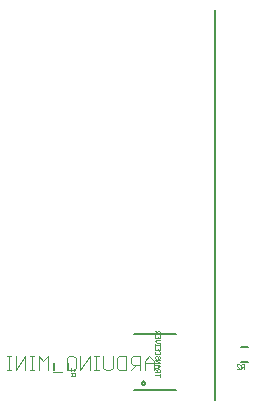
<source format=gbo>
G75*
%MOIN*%
%OFA0B0*%
%FSLAX24Y24*%
%IPPOS*%
%LPD*%
%AMOC8*
5,1,8,0,0,1.08239X$1,22.5*
%
%ADD10C,0.0060*%
%ADD11C,0.0080*%
%ADD12C,0.0010*%
%ADD13C,0.0050*%
%ADD14C,0.0040*%
D10*
X007323Y007302D02*
X007323Y007539D01*
X007796Y007539D02*
X007796Y007302D01*
X010000Y006661D02*
X011419Y006661D01*
X011419Y008520D02*
X010000Y008520D01*
X013561Y008067D02*
X013798Y008067D01*
X013798Y007594D02*
X013561Y007594D01*
D11*
X010263Y006880D02*
X010265Y006895D01*
X010271Y006908D01*
X010280Y006920D01*
X010291Y006929D01*
X010305Y006935D01*
X010320Y006937D01*
X010335Y006935D01*
X010348Y006929D01*
X010360Y006920D01*
X010369Y006909D01*
X010375Y006895D01*
X010377Y006880D01*
X010375Y006865D01*
X010369Y006852D01*
X010360Y006840D01*
X010349Y006831D01*
X010335Y006825D01*
X010320Y006823D01*
X010305Y006825D01*
X010292Y006831D01*
X010280Y006840D01*
X010271Y006851D01*
X010265Y006865D01*
X010263Y006880D01*
D12*
X010715Y007146D02*
X010865Y007146D01*
X010865Y007196D02*
X010865Y007095D01*
X010865Y007243D02*
X010715Y007243D01*
X010765Y007243D02*
X010765Y007318D01*
X010790Y007343D01*
X010840Y007343D01*
X010865Y007318D01*
X010865Y007243D01*
X010765Y007293D02*
X010715Y007343D01*
X010715Y007390D02*
X010815Y007390D01*
X010865Y007440D01*
X010815Y007490D01*
X010715Y007490D01*
X010715Y007537D02*
X010865Y007537D01*
X010715Y007638D01*
X010865Y007638D01*
X010840Y007685D02*
X010815Y007685D01*
X010790Y007710D01*
X010790Y007760D01*
X010765Y007785D01*
X010740Y007785D01*
X010715Y007760D01*
X010715Y007710D01*
X010740Y007685D01*
X010840Y007685D02*
X010865Y007710D01*
X010865Y007760D01*
X010840Y007785D01*
X010840Y007832D02*
X010740Y007832D01*
X010715Y007857D01*
X010715Y007907D01*
X010740Y007932D01*
X010715Y007979D02*
X010715Y008080D01*
X010715Y008127D02*
X010715Y008177D01*
X010715Y008152D02*
X010865Y008152D01*
X010865Y008127D02*
X010865Y008177D01*
X010865Y008225D02*
X010765Y008225D01*
X010715Y008275D01*
X010765Y008325D01*
X010865Y008325D01*
X010865Y008372D02*
X010715Y008372D01*
X010715Y008472D01*
X010715Y008520D02*
X010865Y008520D01*
X010865Y008595D01*
X010840Y008620D01*
X010790Y008620D01*
X010765Y008595D01*
X010765Y008520D01*
X010765Y008570D02*
X010715Y008620D01*
X010865Y008472D02*
X010865Y008372D01*
X010790Y008372D02*
X010790Y008422D01*
X010865Y008080D02*
X010865Y007979D01*
X010715Y007979D01*
X010790Y007979D02*
X010790Y008029D01*
X010840Y007932D02*
X010865Y007907D01*
X010865Y007857D01*
X010840Y007832D01*
X010790Y007490D02*
X010790Y007390D01*
X013422Y007350D02*
X013522Y007350D01*
X013422Y007451D01*
X013422Y007476D01*
X013447Y007501D01*
X013497Y007501D01*
X013522Y007476D01*
X013569Y007476D02*
X013569Y007426D01*
X013594Y007401D01*
X013669Y007401D01*
X013619Y007401D02*
X013569Y007350D01*
X013669Y007350D02*
X013669Y007501D01*
X013594Y007501D01*
X013569Y007476D01*
X008040Y007323D02*
X007890Y007323D01*
X007890Y007273D02*
X007890Y007373D01*
X007990Y007273D02*
X008040Y007323D01*
X008015Y007226D02*
X007965Y007226D01*
X007940Y007201D01*
X007940Y007125D01*
X007890Y007125D02*
X008040Y007125D01*
X008040Y007201D01*
X008015Y007226D01*
X007940Y007176D02*
X007890Y007226D01*
D13*
X012690Y006300D02*
X012690Y019300D01*
D14*
X005912Y007320D02*
X005759Y007320D01*
X005835Y007320D02*
X005835Y007781D01*
X005759Y007781D02*
X005912Y007781D01*
X006066Y007781D02*
X006066Y007320D01*
X006373Y007781D01*
X006373Y007320D01*
X006526Y007320D02*
X006679Y007320D01*
X006603Y007320D02*
X006603Y007781D01*
X006679Y007781D02*
X006526Y007781D01*
X006833Y007781D02*
X006833Y007320D01*
X007140Y007320D02*
X007140Y007781D01*
X006986Y007627D01*
X006833Y007781D01*
X007293Y007244D02*
X007600Y007244D01*
X007754Y007397D02*
X007754Y007704D01*
X007830Y007781D01*
X007984Y007781D01*
X008061Y007704D01*
X008061Y007397D01*
X007984Y007320D01*
X007830Y007320D01*
X007754Y007397D01*
X008214Y007320D02*
X008214Y007781D01*
X008521Y007781D02*
X008214Y007320D01*
X008521Y007320D02*
X008521Y007781D01*
X008674Y007781D02*
X008828Y007781D01*
X008751Y007781D02*
X008751Y007320D01*
X008828Y007320D02*
X008674Y007320D01*
X008981Y007397D02*
X009058Y007320D01*
X009212Y007320D01*
X009288Y007397D01*
X009288Y007781D01*
X009442Y007704D02*
X009519Y007781D01*
X009749Y007781D01*
X009749Y007320D01*
X009519Y007320D01*
X009442Y007397D01*
X009442Y007704D01*
X008981Y007781D02*
X008981Y007397D01*
X009902Y007320D02*
X010056Y007474D01*
X009979Y007474D02*
X010209Y007474D01*
X010209Y007320D02*
X010209Y007781D01*
X009979Y007781D01*
X009902Y007704D01*
X009902Y007551D01*
X009979Y007474D01*
X010363Y007551D02*
X010670Y007551D01*
X010670Y007627D02*
X010670Y007320D01*
X010363Y007320D02*
X010363Y007627D01*
X010516Y007781D01*
X010670Y007627D01*
M02*

</source>
